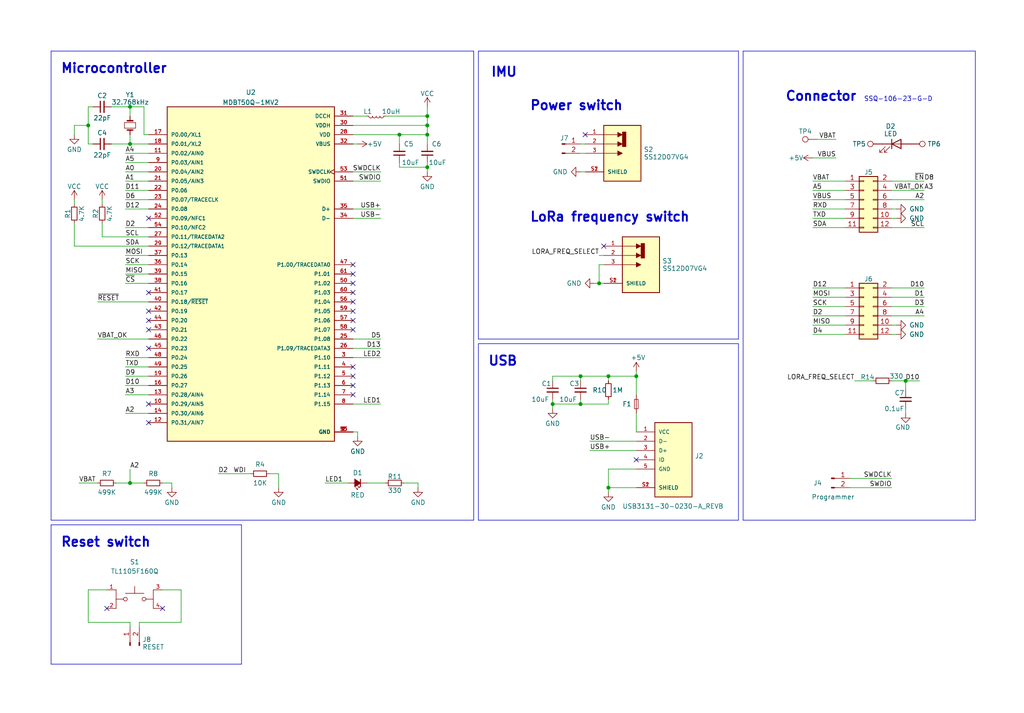
<source format=kicad_sch>
(kicad_sch (version 20231120) (generator "eeschema") (generator_version "8.0")
  (paper "User" 280.01 194.996)
  (title_block (title "HexSense Svalbard - MCU module") (date "2023-05-25") (rev "V1") (company "MIT Media Lab") (comment 1 "Fangzheng Liu"))
  (lib_symbols
    (symbol "Connector:Conn_01x02_Male" (pin_names (offset 1.016) hide)
      (property "Reference" "J" (at 0 2.54 0))
      (property "Value" "Conn_01x02_Male" (at 0 -5.08 0))
      (symbol "Conn_01x02_Male_1_1"
        (polyline (pts (xy 1.27 -2.54) (xy 0.8636 -2.54)) (stroke (width 0.1524)))
        (polyline (pts (xy 1.27 0) (xy 0.8636 0)) (stroke (width 0.1524)))
        (rectangle (start 0.8636 -2.413) (end 0 -2.667) (stroke (width 0.1524)) (fill (type outline)))
        (rectangle (start 0.8636 0.127) (end 0 -0.127) (stroke (width 0.1524)) (fill (type outline)))
        (pin passive line (at 5.08 0 180) (length 3.81) (name "Pin_1") (number "1"))
        (pin passive line (at 5.08 -2.54 180) (length 3.81) (name "Pin_2") (number "2"))
      )
    )
    (symbol "Connector:Conn_01x02_Pin" (pin_names (offset 1.016) hide)
      (property "Reference" "J" (at 0 2.54 0))
      (property "Value" "Conn_01x02_Pin" (at 0 -5.08 0))
      (symbol "Conn_01x02_Pin_1_1"
        (polyline (pts (xy 1.27 -2.54) (xy 0.8636 -2.54)) (stroke (width 0.1524)))
        (polyline (pts (xy 1.27 0) (xy 0.8636 0)) (stroke (width 0.1524)))
        (rectangle (start 0.8636 -2.413) (end 0 -2.667) (stroke (width 0.1524)) (fill (type outline)))
        (rectangle (start 0.8636 0.127) (end 0 -0.127) (stroke (width 0.1524)) (fill (type outline)))
        (pin passive line (at 5.08 0 180) (length 3.81) (name "Pin_1") (number "1"))
        (pin passive line (at 5.08 -2.54 180) (length 3.81) (name "Pin_2") (number "2"))
      )
    )
    (symbol "Connector:TestPoint" (pin_numbers hide) (pin_names (offset 0.762) hide)
      (property "Reference" "TP" (at 0 6.858 0))
      (property "Value" "TestPoint" (at 0 5.08 0))
      (symbol "TestPoint_0_1"
        (circle (center 0 3.302) (radius 0.762))
      )
      (symbol "TestPoint_1_1"
        (pin passive line (at 0 0 90) (length 2.54) (name "1") (number "1"))
      )
    )
    (symbol "Connector_Generic:Conn_02x06_Odd_Even" (pin_names (offset 1.016) hide)
      (property "Reference" "J" (at 1.27 7.62 0))
      (property "Value" "Conn_02x06_Odd_Even" (at 1.27 -10.16 0))
      (symbol "Conn_02x06_Odd_Even_1_1"
        (rectangle (start -1.27 -7.493) (end 0 -7.747) (stroke (width 0.1524)))
        (rectangle (start -1.27 -4.953) (end 0 -5.207) (stroke (width 0.1524)))
        (rectangle (start -1.27 -2.413) (end 0 -2.667) (stroke (width 0.1524)))
        (rectangle (start -1.27 0.127) (end 0 -0.127) (stroke (width 0.1524)))
        (rectangle (start -1.27 2.667) (end 0 2.413) (stroke (width 0.1524)))
        (rectangle (start -1.27 5.207) (end 0 4.953) (stroke (width 0.1524)))
        (rectangle (start -1.27 6.35) (end 3.81 -8.89) (stroke (width 0.254)) (fill (type background)))
        (rectangle (start 3.81 -7.493) (end 2.54 -7.747) (stroke (width 0.1524)))
        (rectangle (start 3.81 -4.953) (end 2.54 -5.207) (stroke (width 0.1524)))
        (rectangle (start 3.81 -2.413) (end 2.54 -2.667) (stroke (width 0.1524)))
        (rectangle (start 3.81 0.127) (end 2.54 -0.127) (stroke (width 0.1524)))
        (rectangle (start 3.81 2.667) (end 2.54 2.413) (stroke (width 0.1524)))
        (rectangle (start 3.81 5.207) (end 2.54 4.953) (stroke (width 0.1524)))
        (pin passive line (at -5.08 5.08 0) (length 3.81) (name "Pin_1") (number "1"))
        (pin passive line (at 7.62 -5.08 180) (length 3.81) (name "Pin_10") (number "10"))
        (pin passive line (at -5.08 -7.62 0) (length 3.81) (name "Pin_11") (number "11"))
        (pin passive line (at 7.62 -7.62 180) (length 3.81) (name "Pin_12") (number "12"))
        (pin passive line (at 7.62 5.08 180) (length 3.81) (name "Pin_2") (number "2"))
        (pin passive line (at -5.08 2.54 0) (length 3.81) (name "Pin_3") (number "3"))
        (pin passive line (at 7.62 2.54 180) (length 3.81) (name "Pin_4") (number "4"))
        (pin passive line (at -5.08 0 0) (length 3.81) (name "Pin_5") (number "5"))
        (pin passive line (at 7.62 0 180) (length 3.81) (name "Pin_6") (number "6"))
        (pin passive line (at -5.08 -2.54 0) (length 3.81) (name "Pin_7") (number "7"))
        (pin passive line (at 7.62 -2.54 180) (length 3.81) (name "Pin_8") (number "8"))
        (pin passive line (at -5.08 -5.08 0) (length 3.81) (name "Pin_9") (number "9"))
      )
    )
    (symbol "Device:C_Small" (pin_numbers hide) (pin_names (offset 0.254) hide)
      (property "Reference" "C" (at 0.254 1.778 0))
      (property "Value" "C_Small" (at 0.254 -2.032 0))
      (symbol "C_Small_0_1"
        (polyline (pts (xy -1.524 -0.508) (xy 1.524 -0.508)) (stroke (width 0.3302)))
        (polyline (pts (xy -1.524 0.508) (xy 1.524 0.508)) (stroke (width 0.3048)))
      )
      (symbol "C_Small_1_1"
        (pin passive line (at 0 2.54 270) (length 2.032) (name "~") (number "1"))
        (pin passive line (at 0 -2.54 90) (length 2.032) (name "~") (number "2"))
      )
    )
    (symbol "Device:Crystal_Small" (pin_numbers hide) (pin_names (offset 1.016) hide)
      (property "Reference" "Y" (at 0 2.54 0))
      (property "Value" "Crystal_Small" (at 0 -2.54 0))
      (symbol "Crystal_Small_0_1"
        (rectangle (start -0.762 -1.524) (end 0.762 1.524))
        (polyline (pts (xy -1.27 -0.762) (xy -1.27 0.762)) (stroke (width 0.381)))
        (polyline (pts (xy 1.27 -0.762) (xy 1.27 0.762)) (stroke (width 0.381)))
      )
      (symbol "Crystal_Small_1_1"
        (pin passive line (at -2.54 0 0) (length 1.27) (name "1") (number "1"))
        (pin passive line (at 2.54 0 180) (length 1.27) (name "2") (number "2"))
      )
    )
    (symbol "Device:Fuse_Small" (pin_numbers hide) (pin_names (offset 0.254) hide)
      (property "Reference" "F" (at 0 -1.524 0))
      (property "Value" "Fuse_Small" (at 0 1.524 0))
      (symbol "Fuse_Small_0_1"
        (rectangle (start -1.27 0.508) (end 1.27 -0.508))
        (polyline (pts (xy -1.27 0) (xy 1.27 0)))
      )
      (symbol "Fuse_Small_1_1"
        (pin passive line (at -2.54 0 0) (length 1.27) (name "~") (number "1"))
        (pin passive line (at 2.54 0 180) (length 1.27) (name "~") (number "2"))
      )
    )
    (symbol "Device:LED" (pin_numbers hide) (pin_names (offset 1.016) hide)
      (property "Reference" "D" (at 0 2.54 0))
      (property "Value" "LED" (at 0 -2.54 0))
      (symbol "LED_0_1"
        (polyline (pts (xy -1.27 -1.27) (xy -1.27 1.27)) (stroke (width 0.254)))
        (polyline (pts (xy -1.27 0) (xy 1.27 0)))
        (polyline (pts (xy 1.27 -1.27) (xy 1.27 1.27) (xy -1.27 0) (xy 1.27 -1.27)) (stroke (width 0.254)))
        (polyline (pts (xy -3.048 -0.762) (xy -4.572 -2.286) (xy -3.81 -2.286) (xy -4.572 -2.286) (xy -4.572 -1.524)))
        (polyline (pts (xy -1.778 -0.762) (xy -3.302 -2.286) (xy -2.54 -2.286) (xy -3.302 -2.286) (xy -3.302 -1.524)))
      )
      (symbol "LED_1_1"
        (pin passive line (at -3.81 0 0) (length 2.54) (name "K") (number "1"))
        (pin passive line (at 3.81 0 180) (length 2.54) (name "A") (number "2"))
      )
    )
    (symbol "Device:LED_Small_Filled" (pin_numbers hide) (pin_names (offset 0.254) hide)
      (property "Reference" "D" (at -1.27 3.175 0))
      (property "Value" "LED_Small_Filled" (at -4.445 -2.54 0))
      (symbol "LED_Small_Filled_0_1"
        (polyline (pts (xy -0.762 -1.016) (xy -0.762 1.016)) (stroke (width 0.254)))
        (polyline (pts (xy 1.016 0) (xy -0.762 0)))
        (polyline (pts (xy 0.762 -1.016) (xy -0.762 0) (xy 0.762 1.016) (xy 0.762 -1.016)) (stroke (width 0.254)) (fill (type outline)))
        (polyline (pts (xy 0 0.762) (xy -0.508 1.27) (xy -0.254 1.27) (xy -0.508 1.27) (xy -0.508 1.016)))
        (polyline (pts (xy 0.508 1.27) (xy 0 1.778) (xy 0.254 1.778) (xy 0 1.778) (xy 0 1.524)))
      )
      (symbol "LED_Small_Filled_1_1"
        (pin passive line (at -2.54 0 0) (length 1.778) (name "K") (number "1"))
        (pin passive line (at 2.54 0 180) (length 1.778) (name "A") (number "2"))
      )
    )
    (symbol "Device:L_Small" (pin_numbers hide) (pin_names (offset 0.254) hide)
      (property "Reference" "L" (at 0.762 1.016 0))
      (property "Value" "L_Small" (at 0.762 -1.016 0))
      (symbol "L_Small_0_1"
        (arc (start 0 -2.032) (mid 0.5058 -1.524) (end 0 -1.016))
        (arc (start 0 -1.016) (mid 0.5058 -0.508) (end 0 0))
        (arc (start 0 0) (mid 0.5058 0.508) (end 0 1.016))
        (arc (start 0 1.016) (mid 0.5058 1.524) (end 0 2.032))
      )
      (symbol "L_Small_1_1"
        (pin passive line (at 0 2.54 270) (length 0.508) (name "~") (number "1"))
        (pin passive line (at 0 -2.54 90) (length 0.508) (name "~") (number "2"))
      )
    )
    (symbol "Device:R_Small" (pin_numbers hide) (pin_names (offset 0.254) hide)
      (property "Reference" "R" (at 0.762 0.508 0))
      (property "Value" "R_Small" (at 0.762 -1.016 0))
      (symbol "R_Small_0_1"
        (rectangle (start -0.762 1.778) (end 0.762 -1.778) (stroke (width 0.2032)))
      )
      (symbol "R_Small_1_1"
        (pin passive line (at 0 2.54 270) (length 0.762) (name "~") (number "1"))
        (pin passive line (at 0 -2.54 90) (length 0.762) (name "~") (number "2"))
      )
    )
    (symbol "MDBT50Q-1MV2:MDBT50Q-1MV2" (pin_names (offset 1.016))
      (property "Reference" "U" (at -22.86 46.482 0))
      (property "Value" "MDBT50Q-1MV2" (at -22.86 -48.26 0))
      (symbol "MDBT50Q-1MV2_0_0"
        (rectangle (start -22.86 -45.72) (end 22.86 45.72) (stroke (width 0.254)) (fill (type background)))
        (pin power_in line (at 27.94 -43.18 180) (length 5.08) (name "GND") (number "1"))
        (pin bidirectional line (at -27.94 -35.56 0) (length 5.08) (name "P0.29/AIN5") (number "10"))
        (pin bidirectional line (at -27.94 33.02 0) (length 5.08) (name "P0.02/AIN0") (number "11"))
        (pin bidirectional line (at -27.94 -40.64 0) (length 5.08) (name "P0.31/AIN7") (number "12"))
        (pin bidirectional line (at -27.94 -33.02 0) (length 5.08) (name "P0.28/AIN4") (number "13"))
        (pin bidirectional line (at -27.94 -38.1 0) (length 5.08) (name "P0.30/AIN6") (number "14"))
        (pin power_in line (at 27.94 -43.18 180) (length 5.08) (name "GND") (number "15"))
        (pin bidirectional line (at -27.94 -30.48 0) (length 5.08) (name "P0.27") (number "16"))
        (pin bidirectional line (at -27.94 38.1 0) (length 5.08) (name "P0.00/XL1") (number "17"))
        (pin bidirectional line (at -27.94 35.56 0) (length 5.08) (name "P0.01/XL2") (number "18"))
        (pin bidirectional line (at -27.94 -27.94 0) (length 5.08) (name "P0.26") (number "19"))
        (pin power_in line (at 27.94 -43.18 180) (length 5.08) (name "GND") (number "2"))
        (pin bidirectional line (at -27.94 27.94 0) (length 5.08) (name "P0.04/AIN2") (number "20"))
        (pin bidirectional line (at -27.94 25.4 0) (length 5.08) (name "P0.05/AIN3") (number "21"))
        (pin bidirectional line (at -27.94 22.86 0) (length 5.08) (name "P0.06") (number "22"))
        (pin bidirectional line (at -27.94 20.32 0) (length 5.08) (name "P0.07/TRACECLK") (number "23"))
        (pin bidirectional line (at -27.94 17.78 0) (length 5.08) (name "P0.08") (number "24"))
        (pin bidirectional line (at 27.94 -17.78 180) (length 5.08) (name "P1.08") (number "25"))
        (pin bidirectional line (at 27.94 -20.32 180) (length 5.08) (name "P1.09/TRACEDATA3") (number "26"))
        (pin bidirectional line (at -27.94 10.16 0) (length 5.08) (name "P0.11/TRACEDATA2") (number "27"))
        (pin power_in line (at 27.94 38.1 180) (length 5.08) (name "VDD") (number "28"))
        (pin bidirectional line (at -27.94 7.62 0) (length 5.08) (name "P0.12/TRACEDATA1") (number "29"))
        (pin bidirectional line (at 27.94 -22.86 180) (length 5.08) (name "P1.10") (number "3"))
        (pin power_in line (at 27.94 40.64 180) (length 5.08) (name "VDDH") (number "30"))
        (pin power_in line (at 27.94 43.18 180) (length 5.08) (name "DCCH") (number "31"))
        (pin power_in line (at 27.94 35.56 180) (length 5.08) (name "VBUS") (number "32"))
        (pin power_in line (at 27.94 -43.18 180) (length 5.08) (name "GND") (number "33"))
        (pin bidirectional line (at 27.94 15.24 180) (length 5.08) (name "D-") (number "34"))
        (pin bidirectional line (at 27.94 17.78 180) (length 5.08) (name "D+") (number "35"))
        (pin bidirectional line (at -27.94 2.54 0) (length 5.08) (name "P0.14") (number "36"))
        (pin bidirectional line (at -27.94 5.08 0) (length 5.08) (name "P0.13") (number "37"))
        (pin bidirectional line (at -27.94 -2.54 0) (length 5.08) (name "P0.16") (number "38"))
        (pin bidirectional line (at -27.94 0 0) (length 5.08) (name "P0.15") (number "39"))
        (pin bidirectional line (at 27.94 -25.4 180) (length 5.08) (name "P1.11") (number "4"))
        (pin bidirectional line (at -27.94 -7.62 0) (length 5.08) (name "P0.18/~{RESET}") (number "40"))
        (pin bidirectional line (at -27.94 -5.08 0) (length 5.08) (name "P0.17") (number "41"))
        (pin bidirectional line (at -27.94 -10.16 0) (length 5.08) (name "P0.19") (number "42"))
        (pin bidirectional line (at -27.94 -15.24 0) (length 5.08) (name "P0.21") (number "43"))
        (pin bidirectional line (at -27.94 -12.7 0) (length 5.08) (name "P0.20") (number "44"))
        (pin bidirectional line (at -27.94 -20.32 0) (length 5.08) (name "P0.23") (number "45"))
        (pin bidirectional line (at -27.94 -17.78 0) (length 5.08) (name "P0.22") (number "46"))
        (pin bidirectional line (at 27.94 2.54 180) (length 5.08) (name "P1.00/TRACEDATA0") (number "47"))
        (pin bidirectional line (at -27.94 -22.86 0) (length 5.08) (name "P0.24") (number "48"))
        (pin bidirectional line (at -27.94 -25.4 0) (length 5.08) (name "P0.25") (number "49"))
        (pin bidirectional line (at 27.94 -27.94 180) (length 5.08) (name "P1.12") (number "5"))
        (pin bidirectional line (at 27.94 -2.54 180) (length 5.08) (name "P1.02") (number "50"))
        (pin bidirectional line (at 27.94 25.4 180) (length 5.08) (name "SWDIO") (number "51"))
        (pin bidirectional line (at -27.94 15.24 0) (length 5.08) (name "P0.09/NFC1") (number "52"))
        (pin input clock (at 27.94 27.94 180) (length 5.08) (name "SWDCLK") (number "53"))
        (pin bidirectional line (at -27.94 12.7 0) (length 5.08) (name "P0.10/NFC2") (number "54"))
        (pin power_in line (at 27.94 -43.18 180) (length 5.08) (name "GND") (number "55"))
        (pin bidirectional line (at 27.94 -7.62 180) (length 5.08) (name "P1.04") (number "56"))
        (pin bidirectional line (at 27.94 -12.7 180) (length 5.08) (name "P1.06") (number "57"))
        (pin bidirectional line (at 27.94 -15.24 180) (length 5.08) (name "P1.07") (number "58"))
        (pin bidirectional line (at 27.94 -10.16 180) (length 5.08) (name "P1.05") (number "59"))
        (pin bidirectional line (at 27.94 -30.48 180) (length 5.08) (name "P1.13") (number "6"))
        (pin bidirectional line (at 27.94 -5.08 180) (length 5.08) (name "P1.03") (number "60"))
        (pin bidirectional line (at 27.94 0 180) (length 5.08) (name "P1.01") (number "61"))
        (pin bidirectional line (at 27.94 -33.02 180) (length 5.08) (name "P1.14") (number "7"))
        (pin bidirectional line (at 27.94 -35.56 180) (length 5.08) (name "P1.15") (number "8"))
        (pin bidirectional line (at -27.94 30.48 0) (length 5.08) (name "P0.03/AIN1") (number "9"))
      )
    )
    (symbol "SS12D07VG4:SS12D07VG4" (pin_names (offset 1.016))
      (property "Reference" "S" (at -5.08 8.89 0))
      (property "Value" "SS12D07VG4" (at -5.08 -8.89 0))
      (symbol "SS12D07VG4_0_0"
        (rectangle (start -5.08 -7.62) (end 5.08 7.62) (stroke (width 0.254)) (fill (type background)))
        (polyline (pts (xy -5.08 0) (xy -1.27 0)) (stroke (width 0.1524)))
        (polyline (pts (xy -5.08 2.54) (xy -1.27 2.54)) (stroke (width 0.1524)))
        (polyline (pts (xy -5.08 5.08) (xy -1.27 5.08)) (stroke (width 0.1524)))
        (polyline (pts (xy -1.27 0.635) (xy -1.27 -0.635) (xy 0 0) (xy -1.27 0.635)) (stroke (width 0.1524)) (fill (type outline)))
        (polyline (pts (xy -1.27 3.175) (xy -1.27 1.905) (xy 0 2.54) (xy -1.27 3.175)) (stroke (width 0.1524)) (fill (type outline)))
        (polyline (pts (xy -1.27 5.715) (xy -1.27 4.445) (xy 0 5.08) (xy -1.27 5.715)) (stroke (width 0.1524)) (fill (type outline)))
        (polyline (pts (xy 0 5.842) (xy 0 1.778) (xy 1.016 1.778) (xy 1.016 5.842) (xy 0 5.842)) (stroke (width 0.0254)) (fill (type outline)))
        (pin passive line (at -10.16 5.08 0) (length 5.08) (name "~") (number "1"))
        (pin passive line (at -10.16 2.54 0) (length 5.08) (name "~") (number "2"))
        (pin passive line (at -10.16 0 0) (length 5.08) (name "~") (number "3"))
        (pin passive line (at -10.16 -5.08 0) (length 5.08) (name "SHIELD") (number "S1"))
        (pin passive line (at -10.16 -5.08 0) (length 5.08) (name "SHIELD") (number "S2"))
      )
    )
    (symbol "TL1105F160Q:TL1105F160Q" (pin_names (offset 1.016))
      (property "Reference" "S" (at -5.08 5.08 0))
      (property "Value" "TL1105F160Q" (at -5.08 -5.08 0))
      (symbol "TL1105F160Q_0_0"
        (circle (center -2.54 0) (radius 0.508) (stroke (width 0.1524)))
        (polyline (pts (xy -5.08 0) (xy -3.048 0)) (stroke (width 0.1524)))
        (polyline (pts (xy -5.08 2.54) (xy -5.08 -2.54)) (stroke (width 0.1524)))
        (polyline (pts (xy -2.54 1.5875) (xy 0 1.5875)) (stroke (width 0.1524)))
        (polyline (pts (xy 0 1.5875) (xy 0 3.4925)) (stroke (width 0.1524)))
        (polyline (pts (xy 0 1.5875) (xy 2.54 1.5875)) (stroke (width 0.1524)))
        (polyline (pts (xy 5.08 0) (xy 3.048 0)) (stroke (width 0.1524)))
        (polyline (pts (xy 5.08 2.54) (xy 5.08 -2.54)) (stroke (width 0.1524)))
        (circle (center 2.54 0) (radius 0.508) (stroke (width 0.1524)))
        (pin passive line (at -7.62 2.54 0) (length 2.54) (name "~") (number "1"))
        (pin passive line (at -7.62 -2.54 0) (length 2.54) (name "~") (number "2"))
        (pin passive line (at 7.62 2.54 180) (length 2.54) (name "~") (number "3"))
        (pin passive line (at 7.62 -2.54 180) (length 2.54) (name "~") (number "4"))
      )
    )
    (symbol "USB3131-30-0230-A_REVB:USB3131-30-0230-A_REVB" (pin_names (offset 1.016))
      (property "Reference" "J" (at -5.08 10.795 0))
      (property "Value" "USB3131-30-0230-A_REVB" (at -5.08 -12.7 0))
      (symbol "USB3131-30-0230-A_REVB_0_0"
        (rectangle (start -5.08 -10.16) (end 5.08 10.16) (stroke (width 0.254)) (fill (type background)))
        (pin power_in line (at -10.16 7.62 0) (length 5.08) (name "VCC") (number "1"))
        (pin bidirectional line (at -10.16 5.08 0) (length 5.08) (name "D-") (number "2"))
        (pin bidirectional line (at -10.16 2.54 0) (length 5.08) (name "D+") (number "3"))
        (pin bidirectional line (at -10.16 0 0) (length 5.08) (name "ID") (number "4"))
        (pin power_in line (at -10.16 -2.54 0) (length 5.08) (name "GND") (number "5"))
        (pin passive line (at -10.16 -7.62 0) (length 5.08) (name "SHIELD") (number "S1"))
        (pin passive line (at -10.16 -7.62 0) (length 5.08) (name "SHIELD") (number "S2"))
      )
    )
    (symbol "power:+5V" (power) (pin_names (offset 0))
      (property "Value" "+5V" (at 0 3.556 0))
      (symbol "+5V_0_1"
        (polyline (pts (xy -0.762 1.27) (xy 0 2.54)))
        (polyline (pts (xy 0 0) (xy 0 2.54)))
        (polyline (pts (xy 0 2.54) (xy 0.762 1.27)))
      )
      (symbol "+5V_1_1"
        (pin power_in line (at 0 0 90) (length 0) hide (name "+5V") (number "1"))
      )
    )
    (symbol "power:GND" (power) (pin_names (offset 0))
      (property "Value" "GND" (at 0 -3.81 0))
      (symbol "GND_0_1"
        (polyline (pts (xy 0 0) (xy 0 -1.27) (xy 1.27 -1.27) (xy 0 -2.54) (xy -1.27 -1.27) (xy 0 -1.27)))
      )
      (symbol "GND_1_1"
        (pin power_in line (at 0 0 270) (length 0) hide (name "GND") (number "1"))
      )
    )
    (symbol "power:VCC" (power) (pin_names (offset 0))
      (property "Value" "VCC" (at 0 3.81 0))
      (symbol "VCC_0_1"
        (polyline (pts (xy -0.762 1.27) (xy 0 2.54)))
        (polyline (pts (xy 0 0) (xy 0 2.54)))
        (polyline (pts (xy 0 2.54) (xy 0.762 1.27)))
      )
      (symbol "VCC_1_1"
        (pin power_in line (at 0 0 90) (length 0) hide (name "VCC") (number "1"))
      )
    )
  )
  (junction (at 24.13 34.29))
  (junction (at 116.84 36.83))
  (junction (at 35.56 29.21))
  (junction (at 151.13 110.49))
  (junction (at 109.22 36.83))
  (junction (at 166.37 102.87))
  (junction (at 158.75 110.49))
  (junction (at 163.83 77.47))
  (junction (at 166.37 133.35))
  (junction (at 247.65 104.14))
  (junction (at 173.99 102.87))
  (junction (at 35.56 132.08))
  (junction (at 35.56 39.37))
  (junction (at 158.75 102.87))
  (junction (at 116.84 34.29))
  (junction (at 116.84 31.75))
  (junction (at 116.84 45.72))
  (no_connect (at 40.64 90.17))
  (no_connect (at 40.64 110.49))
  (no_connect (at 96.52 85.09))
  (no_connect (at 96.52 102.87))
  (no_connect (at 96.52 72.39))
  (no_connect (at 96.52 100.33))
  (no_connect (at 40.64 59.69))
  (no_connect (at 96.52 82.55))
  (no_connect (at 96.52 107.95))
  (no_connect (at 40.64 115.57))
  (no_connect (at 96.52 90.17))
  (no_connect (at 96.52 74.93))
  (no_connect (at 173.99 125.73))
  (no_connect (at 96.52 77.47))
  (no_connect (at 165.1 67.31))
  (no_connect (at 44.45 166.37))
  (no_connect (at 29.21 166.37))
  (no_connect (at 40.64 87.63))
  (no_connect (at 96.52 105.41))
  (no_connect (at 40.64 80.01))
  (no_connect (at 40.64 95.25))
  (no_connect (at 96.52 80.01))
  (no_connect (at 96.52 87.63))
  (no_connect (at 40.64 85.09))
  (no_connect (at 160.02 36.83))
  (wire (pts (xy 96.52 39.37) (xy 97.79 39.37)))
  (wire (pts (xy 34.29 57.15) (xy 40.64 57.15)))
  (wire (pts (xy 34.29 54.61) (xy 40.64 54.61)))
  (wire (pts (xy 158.75 41.91) (xy 160.02 41.91)))
  (polyline (pts (xy 266.7 142.24) (xy 203.2 142.24)))
  (polyline (pts (xy 130.81 93.98) (xy 201.93 93.98)))
  (wire (pts (xy 247.65 104.14) (xy 247.65 106.68)))
  (wire (pts (xy 96.52 118.11) (xy 97.79 118.11)))
  (wire (pts (xy 247.65 104.14) (xy 251.46 104.14)))
  (wire (pts (xy 27.94 64.77) (xy 40.64 64.77)))
  (wire (pts (xy 158.75 46.99) (xy 160.02 46.99)))
  (wire (pts (xy 39.37 36.83) (xy 40.64 36.83)))
  (wire (pts (xy 163.83 72.39) (xy 163.83 77.47)))
  (wire (pts (xy 163.83 72.39) (xy 165.1 72.39)))
  (wire (pts (xy 243.84 62.23) (xy 252.73 62.23)))
  (wire (pts (xy 173.99 102.87) (xy 173.99 107.95)))
  (wire (pts (xy 158.75 109.22) (xy 158.75 110.49)))
  (wire (pts (xy 39.37 29.21) (xy 39.37 36.83)))
  (wire (pts (xy 166.37 102.87) (xy 166.37 104.14)))
  (wire (pts (xy 222.25 52.07) (xy 231.14 52.07)))
  (wire (pts (xy 20.32 36.83) (xy 20.32 34.29)))
  (wire (pts (xy 116.84 29.21) (xy 116.84 31.75)))
  (wire (pts (xy 166.37 128.27) (xy 166.37 133.35)))
  (wire (pts (xy 97.79 118.11) (xy 97.79 119.38)))
  (wire (pts (xy 222.25 78.74) (xy 231.14 78.74)))
  (wire (pts (xy 20.32 34.29) (xy 24.13 34.29)))
  (wire (pts (xy 20.32 54.61) (xy 20.32 55.88)))
  (wire (pts (xy 116.84 34.29) (xy 116.84 36.83)))
  (wire (pts (xy 21.59 132.08) (xy 26.67 132.08)))
  (wire (pts (xy 96.52 46.99) (xy 104.14 46.99)))
  (wire (pts (xy 243.84 83.82) (xy 252.73 83.82)))
  (wire (pts (xy 173.99 123.19) (xy 161.29 123.19)))
  (wire (pts (xy 243.84 49.53) (xy 252.73 49.53)))
  (polyline (pts (xy 129.54 142.24) (xy 129.54 13.97)))
  (wire (pts (xy 173.99 128.27) (xy 166.37 128.27)))
  (wire (pts (xy 59.69 129.54) (xy 68.58 129.54)))
  (wire (pts (xy 114.3 132.08) (xy 114.3 133.35)))
  (wire (pts (xy 162.56 77.47) (xy 163.83 77.47)))
  (wire (pts (xy 35.56 29.21) (xy 39.37 29.21)))
  (wire (pts (xy 109.22 36.83) (xy 116.84 36.83)))
  (wire (pts (xy 222.25 88.9) (xy 231.14 88.9)))
  (wire (pts (xy 35.56 128.27) (xy 35.56 132.08)))
  (wire (pts (xy 243.84 54.61) (xy 252.73 54.61)))
  (wire (pts (xy 222.25 49.53) (xy 231.14 49.53)))
  (wire (pts (xy 163.83 77.47) (xy 165.1 77.47)))
  (wire (pts (xy 34.29 113.03) (xy 40.64 113.03)))
  (wire (pts (xy 232.41 133.35) (xy 243.84 133.35)))
  (wire (pts (xy 34.29 97.79) (xy 40.64 97.79)))
  (wire (pts (xy 35.56 29.21) (xy 35.56 31.75)))
  (wire (pts (xy 228.6 43.18) (xy 222.25 43.18)))
  (wire (pts (xy 34.29 77.47) (xy 40.64 77.47)))
  (wire (pts (xy 30.48 29.21) (xy 35.56 29.21)))
  (wire (pts (xy 96.52 92.71) (xy 104.14 92.71)))
  (wire (pts (xy 76.2 129.54) (xy 76.2 133.35)))
  (wire (pts (xy 49.53 161.29) (xy 44.45 161.29)))
  (wire (pts (xy 223.52 38.1) (xy 228.6 38.1)))
  (wire (pts (xy 38.1 170.18) (xy 49.53 170.18)))
  (wire (pts (xy 35.56 132.08) (xy 39.37 132.08)))
  (wire (pts (xy 34.29 44.45) (xy 40.64 44.45)))
  (polyline (pts (xy 266.7 13.97) (xy 266.7 142.24)))
  (wire (pts (xy 109.22 39.37) (xy 109.22 36.83)))
  (wire (pts (xy 116.84 45.72) (xy 109.22 45.72)))
  (wire (pts (xy 247.65 113.03) (xy 247.65 111.76)))
  (polyline (pts (xy 130.81 13.97) (xy 130.81 92.71)))
  (wire (pts (xy 34.29 62.23) (xy 40.64 62.23)))
  (wire (pts (xy 34.29 72.39) (xy 40.64 72.39)))
  (wire (pts (xy 96.52 34.29) (xy 116.84 34.29)))
  (wire (pts (xy 151.13 111.76) (xy 151.13 110.49)))
  (wire (pts (xy 222.25 62.23) (xy 231.14 62.23)))
  (wire (pts (xy 34.29 49.53) (xy 40.64 49.53)))
  (wire (pts (xy 222.25 57.15) (xy 231.14 57.15)))
  (wire (pts (xy 25.4 29.21) (xy 24.13 29.21)))
  (wire (pts (xy 166.37 110.49) (xy 166.37 109.22)))
  (wire (pts (xy 24.13 39.37) (xy 25.4 39.37)))
  (wire (pts (xy 49.53 170.18) (xy 49.53 161.29)))
  (wire (pts (xy 35.56 39.37) (xy 40.64 39.37)))
  (wire (pts (xy 158.75 102.87) (xy 158.75 104.14)))
  (wire (pts (xy 96.52 31.75) (xy 100.33 31.75)))
  (wire (pts (xy 243.84 91.44) (xy 245.11 91.44)))
  (polyline (pts (xy 130.81 93.98) (xy 130.81 142.24)))
  (polyline (pts (xy 13.97 143.51) (xy 66.04 143.51)))
  (wire (pts (xy 116.84 45.72) (xy 116.84 46.99)))
  (wire (pts (xy 24.13 170.18) (xy 35.56 170.18)))
  (wire (pts (xy 173.99 113.03) (xy 173.99 118.11)))
  (wire (pts (xy 46.99 132.08) (xy 46.99 133.35)))
  (wire (pts (xy 30.48 39.37) (xy 35.56 39.37)))
  (wire (pts (xy 173.99 101.6) (xy 173.99 102.87)))
  (wire (pts (xy 24.13 29.21) (xy 24.13 34.29)))
  (wire (pts (xy 44.45 132.08) (xy 46.99 132.08)))
  (wire (pts (xy 96.52 49.53) (xy 104.14 49.53)))
  (wire (pts (xy 243.84 81.28) (xy 252.73 81.28)))
  (wire (pts (xy 222.25 59.69) (xy 231.14 59.69)))
  (wire (pts (xy 243.84 104.14) (xy 247.65 104.14)))
  (wire (pts (xy 34.29 105.41) (xy 40.64 105.41)))
  (polyline (pts (xy 130.81 13.97) (xy 201.93 13.97)))
  (wire (pts (xy 34.29 46.99) (xy 40.64 46.99)))
  (wire (pts (xy 34.29 69.85) (xy 40.64 69.85)))
  (wire (pts (xy 38.1 171.45) (xy 38.1 170.18)))
  (polyline (pts (xy 66.04 181.61) (xy 13.97 181.61)))
  (wire (pts (xy 151.13 102.87) (xy 158.75 102.87)))
  (wire (pts (xy 34.29 100.33) (xy 40.64 100.33)))
  (wire (pts (xy 24.13 34.29) (xy 24.13 39.37)))
  (wire (pts (xy 26.67 82.55) (xy 40.64 82.55)))
  (wire (pts (xy 151.13 104.14) (xy 151.13 102.87)))
  (polyline (pts (xy 203.2 13.97) (xy 266.7 13.97)))
  (wire (pts (xy 24.13 161.29) (xy 24.13 170.18)))
  (wire (pts (xy 116.84 31.75) (xy 116.84 34.29)))
  (wire (pts (xy 20.32 67.31) (xy 40.64 67.31)))
  (wire (pts (xy 96.52 97.79) (xy 104.14 97.79)))
  (wire (pts (xy 232.41 130.81) (xy 243.84 130.81)))
  (wire (pts (xy 34.29 41.91) (xy 40.64 41.91)))
  (polyline (pts (xy 201.93 93.98) (xy 201.93 142.24)))
  (wire (pts (xy 243.84 59.69) (xy 245.11 59.69)))
  (wire (pts (xy 166.37 133.35) (xy 166.37 134.62)))
  (wire (pts (xy 34.29 102.87) (xy 40.64 102.87)))
  (wire (pts (xy 163.83 69.85) (xy 165.1 69.85)))
  (wire (pts (xy 35.56 170.18) (xy 35.56 171.45)))
  (wire (pts (xy 243.84 86.36) (xy 252.73 86.36)))
  (wire (pts (xy 110.49 132.08) (xy 114.3 132.08)))
  (wire (pts (xy 34.29 74.93) (xy 40.64 74.93)))
  (wire (pts (xy 105.41 31.75) (xy 116.84 31.75)))
  (wire (pts (xy 34.29 52.07) (xy 40.64 52.07)))
  (wire (pts (xy 173.99 120.65) (xy 161.29 120.65)))
  (wire (pts (xy 243.84 88.9) (xy 245.11 88.9)))
  (wire (pts (xy 243.84 57.15) (xy 245.11 57.15)))
  (wire (pts (xy 31.75 132.08) (xy 35.56 132.08)))
  (wire (pts (xy 222.25 83.82) (xy 231.14 83.82)))
  (wire (pts (xy 96.52 95.25) (xy 104.14 95.25)))
  (polyline (pts (xy 13.97 13.97) (xy 13.97 142.24)))
  (wire (pts (xy 40.64 92.71) (xy 26.67 92.71)))
  (wire (pts (xy 27.94 60.96) (xy 27.94 64.77)))
  (wire (pts (xy 88.9 132.08) (xy 95.25 132.08)))
  (wire (pts (xy 222.25 81.28) (xy 231.14 81.28)))
  (wire (pts (xy 222.25 54.61) (xy 231.14 54.61)))
  (wire (pts (xy 96.52 57.15) (xy 104.14 57.15)))
  (wire (pts (xy 109.22 44.45) (xy 109.22 45.72)))
  (wire (pts (xy 173.99 133.35) (xy 166.37 133.35)))
  (wire (pts (xy 173.99 102.87) (xy 166.37 102.87)))
  (wire (pts (xy 96.52 110.49) (xy 104.14 110.49)))
  (wire (pts (xy 222.25 86.36) (xy 231.14 86.36)))
  (polyline (pts (xy 129.54 13.97) (xy 13.97 13.97)))
  (wire (pts (xy 151.13 109.22) (xy 151.13 110.49)))
  (wire (pts (xy 27.94 54.61) (xy 27.94 55.88)))
  (wire (pts (xy 222.25 91.44) (xy 231.14 91.44)))
  (polyline (pts (xy 201.93 142.24) (xy 130.81 142.24)))
  (wire (pts (xy 73.66 129.54) (xy 76.2 129.54)))
  (wire (pts (xy 35.56 36.83) (xy 35.56 39.37)))
  (wire (pts (xy 20.32 60.96) (xy 20.32 67.31)))
  (wire (pts (xy 243.84 52.07) (xy 252.73 52.07)))
  (wire (pts (xy 158.75 110.49) (xy 166.37 110.49)))
  (polyline (pts (xy 13.97 143.51) (xy 13.97 181.61)))
  (wire (pts (xy 96.52 36.83) (xy 109.22 36.83)))
  (wire (pts (xy 34.29 107.95) (xy 40.64 107.95)))
  (wire (pts (xy 29.21 161.29) (xy 24.13 161.29)))
  (polyline (pts (xy 66.04 143.51) (xy 66.04 181.61)))
  (wire (pts (xy 158.75 39.37) (xy 160.02 39.37)))
  (wire (pts (xy 158.75 102.87) (xy 166.37 102.87)))
  (polyline (pts (xy 201.93 13.97) (xy 201.93 92.71)))
  (wire (pts (xy 233.68 104.14) (xy 238.76 104.14)))
  (wire (pts (xy 243.84 78.74) (xy 252.73 78.74)))
  (wire (pts (xy 116.84 45.72) (xy 116.84 44.45)))
  (wire (pts (xy 104.14 59.69) (xy 96.52 59.69)))
  (wire (pts (xy 100.33 132.08) (xy 105.41 132.08)))
  (wire (pts (xy 151.13 110.49) (xy 158.75 110.49)))
  (polyline (pts (xy 13.97 142.24) (xy 129.54 142.24)))
  (wire (pts (xy 116.84 36.83) (xy 116.84 39.37)))
  (polyline (pts (xy 130.81 92.71) (xy 201.93 92.71)))
  (polyline (pts (xy 203.2 13.97) (xy 203.2 142.24)))
  (text "IMU" (at 134.112 21.336 0) (effects (font (size 2.54 2.54) (thickness 0.508) (bold yes)) (justify left bottom)))
  (text "Microcontroller" (at 16.51 20.32 0) (effects (font (size 2.54 2.54) (thickness 0.508) (bold yes)) (justify left bottom)))
  (text "LoRa frequency switch" (at 144.78 60.96 0) (effects (font (size 2.54 2.54) (thickness 0.508) (bold yes)) (justify left bottom)))
  (text "Reset switch" (at 16.51 149.86 0) (effects (font (size 2.54 2.54) (thickness 0.508) (bold yes)) (justify left bottom)))
  (text "USB" (at 133.35 100.33 0) (effects (font (size 2.54 2.54) (thickness 0.508) (bold yes)) (justify left bottom)))
  (text "Power switch" (at 144.78 30.48 0) (effects (font (size 2.54 2.54) (thickness 0.508) (bold yes)) (justify left bottom)))
  (text "Connector" (at 214.63 27.94 0) (effects (font (size 2.54 2.54) (thickness 0.508) (bold yes)) (justify left bottom)))
  (text "SSQ-106-23-G-D" (at 236.22 27.94 0) (effects (font (size 1.27 1.27)) (justify left bottom)))
  (label "VBUS" (at 228.6 43.18 180))
  (label "D10" (at 34.29 105.41 0))
  (label "SDA" (at 34.29 67.31 0))
  (label "A2" (at 34.29 113.03 0))
  (label "USB+" (at 104.14 57.15 180))
  (label "VBAT" (at 228.6 38.1 180))
  (label "VBUS" (at 222.25 54.61 0))
  (label "USB+" (at 161.29 123.19 0))
  (label "A5" (at 34.29 44.45 0))
  (label "RXD" (at 222.25 57.15 0))
  (label "A3" (at 34.29 107.95 0))
  (label "VBAT" (at 21.59 132.08 0))
  (label "SWDCLK" (at 104.14 46.99 180))
  (label "D9" (at 34.29 102.87 0))
  (label "VBAT_OK" (at 26.67 92.71 0))
  (label "LED1" (at 88.9 132.08 0))
  (label "MISO" (at 34.29 74.93 0))
  (label "MOSI" (at 34.29 69.85 0))
  (label "D6" (at 34.29 54.61 0))
  (label "D2" (at 222.25 86.36 0))
  (label "WDI" (at 67.31 129.54 180))
  (label "SCL" (at 34.29 64.77 0))
  (label "A5" (at 222.25 52.07 0))
  (label "A1" (at 34.29 49.53 0))
  (label "D1" (at 252.73 81.28 180))
  (label "TXD" (at 222.25 59.69 0))
  (label "D5" (at 104.14 92.71 180))
  (label "D4" (at 222.25 91.44 0))
  (label "A3" (at 252.73 52.07 0))
  (label "TXD" (at 34.29 100.33 0))
  (label "SCL" (at 252.73 62.23 180))
  (label "VBAT_OK" (at 252.73 52.07 180))
  (label "SCK" (at 222.25 83.82 0))
  (label "D2" (at 34.29 62.23 0))
  (label "~{CS}" (at 34.29 77.47 0))
  (label "SDA" (at 222.25 62.23 0))
  (label "D13" (at 104.14 95.25 180))
  (label "VBAT" (at 222.25 49.53 0))
  (label "D3" (at 252.73 83.82 180))
  (label "SWDCLK" (at 243.84 130.81 180))
  (label "SWDIO" (at 243.84 133.35 180))
  (label "LORA_FREQ_SELECT" (at 163.83 69.85 180))
  (label "MOSI" (at 222.25 81.28 0))
  (label "USB-" (at 104.14 59.69 180))
  (label "D2" (at 59.69 129.54 0))
  (label "A2" (at 252.73 54.61 180))
  (label "A4" (at 252.73 86.36 180))
  (label "D10" (at 252.73 78.74 180))
  (label "D12" (at 222.25 78.74 0))
  (label "A4" (at 34.29 41.91 0))
  (label "SCK" (at 34.29 72.39 0))
  (label "A0" (at 34.29 46.99 0))
  (label "D11" (at 34.29 52.07 0))
  (label "MISO" (at 222.25 88.9 0))
  (label "~{EN}" (at 252.73 49.53 180))
  (label "D12" (at 34.29 57.15 0))
  (label "USB-" (at 161.29 120.65 0))
  (label "LORA_FREQ_SELECT" (at 233.68 104.14 180))
  (label "A2" (at 35.56 128.27 0))
  (label "LED1" (at 104.14 110.49 180))
  (label "LED2" (at 104.14 97.79 180))
  (label "RXD" (at 34.29 97.79 0))
  (label "D10" (at 251.46 104.14 180))
  (label "~{RESET}" (at 26.67 82.55 0))
  (label "SWDIO" (at 104.14 49.53 180))
  (label "D8" (at 252.73 49.53 0))
  (symbol (lib_id "Device:LED") (at 245.11 39.37 0) (unit 1)
    (property "Reference" "D2" (at 243.5225 34.52 0))
    (property "Value" "LED" (at 243.5225 36.568 0))
    (property "Footprint" "Diode_SMD:D_0603_1608Metric_Pad1.05x0.95mm_HandSolder" (effects (hide yes)))
  )
  (symbol (lib_id "Device:LED_Small_Filled") (at 97.79 132.08 180) (unit 1)
    (property "Reference" "D1" (at 97.79 129.286 0))
    (property "Value" "RED" (at 97.79 135.382 0))
    (property "Footprint" "LED_SMD:LED_0603_1608Metric_Pad1.05x0.95mm_HandSolder" (effects (hide yes)))
  )
  (symbol (lib_id "Device:R_Small") (at 20.32 58.42 180) (unit 1)
    (property "Reference" "R1" (at 18.542 58.42 90))
    (property "Value" "4.7K" (at 22.352 58.42 90))
    (property "Footprint" "Resistor_SMD:R_0402_1005Metric_Pad0.72x0.64mm_HandSolder" (effects (hide yes)))
  )
  (symbol (lib_id "MDBT50Q-1MV2:MDBT50Q-1MV2") (at 68.58 74.93 0) (unit 1)
    (property "Reference" "U2" (at 68.58 25.2435 0))
    (property "Value" "MDBT50Q-1MV2" (at 68.58 28.0186 0))
    (property "Footprint" "Mylib:XCVR_MDBT50Q-1MV2" (effects (hide yes)))
    (property "MAXIMUM_PACKAGE_HIEGHT" "2.05mm" (effects (hide yes)))
    (property "MANUFACTURER" "RAYTAC" (effects (hide yes)))
    (property "PARTREV" "H" (effects (hide yes)))
    (property "STANDARD" "Manufacturer Recommendations" (effects (hide yes)))
  )
  (symbol (lib_id "SS12D07VG4:SS12D07VG4") (at 175.26 72.39 0) (unit 1)
    (property "Reference" "S3" (at 181.102 71.366 0) (effects (justify left)))
    (property "Value" "SS12D07VG4" (at 181.102 73.414 0) (effects (justify left)))
    (property "Footprint" "Mylib:SW_SS12D07VG4" (effects (hide yes)))
    (property "Description" "\nSwitch Slide ON ON SPDT Top Slide 0.3A 30VDC PC Pins Bracket Mount/Through Hole Automotive Bulk\n" (effects (hide yes)))
    (property "MF" "Shouhan" (effects (hide yes)))
    (property "MAXIMUM_PACKAGE_HEIGHT" "8.7mm" (effects (hide yes)))
    (property "Package" "Package" (effects (hide yes)))
    (property "Price" "None" (effects (hide yes)))
    (property "Check_prices" "https://www.snapeda.com/parts/SS12D07VG4/Shouhan/view-part/?ref=eda" (effects (hide yes)))
    (property "STANDARD" "Manufacturer Recommendations" (effects (hide yes)))
    (property "PARTREV" "1" (effects (hide yes)))
    (property "SnapEDA_Link" "https://www.snapeda.com/parts/SS12D07VG4/Shouhan/view-part/?ref=snap" (effects (hide yes)))
    (property "MP" "SS12D07VG4" (effects (hide yes)))
    (property "Availability" "Not in stock" (effects (hide yes)))
    (property "MANUFACTURER" "Shouhan" (effects (hide yes)))
  )
  (symbol (lib_id "power:GND") (at 76.2 133.35 0) (unit 1)
    (property "Reference" "#PWR0115" (effects (hide yes)))
    (property "Value" "GND" (at 74.168 137.414 0) (effects (justify left)))
  )
  (symbol (lib_id "power:GND") (at 166.37 134.62 0) (mirror y) (unit 1)
    (property "Reference" "#PWR04" (effects (hide yes)))
    (property "Value" "GND" (at 168.402 138.684 0) (effects (justify left)))
  )
  (symbol (lib_id "power:GND") (at 20.32 36.83 0) (unit 1)
    (property "Reference" "#PWR0105" (effects (hide yes)))
    (property "Value" "GND" (at 18.288 40.894 0) (effects (justify left)))
  )
  (symbol (lib_id "Device:R_Small") (at 29.21 132.08 90) (unit 1)
    (property "Reference" "R7" (at 29.21 129.54 90))
    (property "Value" "499K" (at 29.21 134.62 90))
    (property "Footprint" "Resistor_SMD:R_0402_1005Metric_Pad0.72x0.64mm_HandSolder" (effects (hide yes)))
  )
  (symbol (lib_id "Device:C_Small") (at 247.65 109.22 0) (unit 1)
    (property "Reference" "C7" (at 244.602 107.442 0) (effects (justify left)))
    (property "Value" "0.1uF" (at 241.808 111.76 0) (effects (justify left)))
    (property "Footprint" "Capacitor_SMD:C_0402_1005Metric_Pad0.74x0.62mm_HandSolder" (effects (hide yes)))
  )
  (symbol (lib_id "power:GND") (at 97.79 119.38 0) (unit 1)
    (property "Reference" "#PWR0101" (effects (hide yes)))
    (property "Value" "GND" (at 95.758 123.444 0) (effects (justify left)))
  )
  (symbol (lib_id "Connector:TestPoint") (at 223.52 38.1 90) (unit 1)
    (property "Reference" "TP4" (at 220.218 35.933 90))
    (property "Value" "TestPoint" (effects (hide yes)))
    (property "Footprint" "TestPoint:TestPoint_Pad_1.5x1.5mm" (effects (hide yes)))
  )
  (symbol (lib_id "power:GND") (at 116.84 46.99 0) (unit 1)
    (property "Reference" "#PWR0114" (effects (hide yes)))
    (property "Value" "GND" (at 114.808 51.054 0) (effects (justify left)))
  )
  (symbol (lib_id "Device:C_Small") (at 109.22 41.91 180) (unit 1)
    (property "Reference" "C5" (at 111.76 39.37 0))
    (property "Value" "10uF" (at 112.268 44.45 0))
    (property "Footprint" "Capacitor_SMD:C_0402_1005Metric_Pad0.74x0.62mm_HandSolder" (effects (hide yes)))
  )
  (symbol (lib_id "power:GND") (at 151.13 111.76 0) (mirror y) (unit 1)
    (property "Reference" "#PWR01" (effects (hide yes)))
    (property "Value" "GND" (at 153.162 115.824 0) (effects (justify left)))
  )
  (symbol (lib_id "Connector:Conn_01x02_Pin") (at 153.67 39.37 0) (unit 1)
    (property "Reference" "J7" (at 154.305 37.7618 0))
    (property "Value" "RESET" (effects (hide yes)))
    (property "Footprint" "Connector_PinHeader_2.00mm:PinHeader_1x02_P2.00mm_Vertical" (effects (hide yes)))
  )
  (symbol (lib_id "TL1105F160Q:TL1105F160Q") (at 36.83 163.83 0) (unit 1)
    (property "Reference" "S1" (at 36.83 153.67 0))
    (property "Value" "TL1105F160Q" (at 36.83 156.21 0))
    (property "Footprint" "Mylib:SW_TL1105F160Q" (effects (hide yes)))
    (property "Description" "\nSWITCH TACTILE SPST-NO 0.05A 12V\n" (effects (hide yes)))
    (property "MF" "E-Switch" (effects (hide yes)))
    (property "MAXIMUM_PACKAGE_HEIGHT" "13 mm" (effects (hide yes)))
    (property "Package" "None" (effects (hide yes)))
    (property "Price" "None" (effects (hide yes)))
    (property "Check_prices" "https://www.snapeda.com/parts/TL1105F160Q/E-Switch/view-part/?ref=eda" (effects (hide yes)))
    (property "STANDARD" "Manufacturer Recommendations" (effects (hide yes)))
    (property "PARTREV" "A" (effects (hide yes)))
    (property "SnapEDA_Link" "https://www.snapeda.com/parts/TL1105F160Q/E-Switch/view-part/?ref=snap" (effects (hide yes)))
    (property "MP" "TL1105F160Q" (effects (hide yes)))
    (property "Purchase-URL" "https://www.snapeda.com/api/url_track_click_mouser/?unipart_id=120704&manufacturer=E-Switch&part_name=TL1105F160Q&search_term=tactile switch" (effects (hide yes)))
    (property "MANUFACTURER" "E-Switch" (effects (hide yes)))
    (property "Availability" "In Stock" (effects (hide yes)))
    (property "SNAPEDA_PN" "TL1105DF160Q" (effects (hide yes)))
  )
  (symbol (lib_id "Connector_Generic:Conn_02x06_Odd_Even") (at 236.22 83.82 0) (unit 1)
    (property "Reference" "J6" (at 237.49 76.3072 0))
    (property "Value" "Conn_02x06_Odd_Even" (effects (hide yes)))
    (property "Footprint" "Connector_PinHeader_2.54mm:PinHeader_2x06_P2.54mm_Vertical" (effects (hide yes)))
  )
  (symbol (lib_id "Connector:TestPoint") (at 248.92 39.37 270) (unit 1)
    (property "Reference" "TP6" (at 253.619 39.37 90) (effects (justify left)))
    (property "Value" "TestPoint" (effects (hide yes)))
    (property "Footprint" "TestPoint:TestPoint_Pad_1.5x1.5mm" (effects (hide yes)))
  )
  (symbol (lib_id "USB3131-30-0230-A_REVB:USB3131-30-0230-A_REVB") (at 184.15 125.73 0) (unit 1)
    (property "Reference" "J2" (at 189.992 124.706 0) (effects (justify left)))
    (property "Value" "USB3131-30-0230-A_REVB" (at 170.18 138.43 0) (effects (justify left)))
    (property "Footprint" "Mylib:GCT_USB3131-30-0230-A_REVB" (effects (hide yes)))
    (property "Description" "\nUSB - micro B USB 2.0 Receptacle Connector 5 Position Through Hole\n" (effects (hide yes)))
    (property "MF" "Global Connector Technology" (effects (hide yes)))
    (property "MAXIMUM_PACKAGE_HEIGHT" "5.6 mm" (effects (hide yes)))
    (property "Package" "None" (effects (hide yes)))
    (property "Price" "None" (effects (hide yes)))
    (property "Check_prices" "https://www.snapeda.com/parts/USB3131-30-0230-A/Global+Connector+Technology/view-part/?ref=eda" (effects (hide yes)))
    (property "STANDARD" "Manufacturer Recommendations" (effects (hide yes)))
    (property "PARTREV" "B4" (effects (hide yes)))
    (property "SnapEDA_Link" "https://www.snapeda.com/parts/USB3131-30-0230-A/Global+Connector+Technology/view-part/?ref=snap" (effects (hide yes)))
    (property "MP" "USB3131-30-0230-A" (effects (hide yes)))
    (property "Availability" "In Stock" (effects (hide yes)))
    (property "MANUFACTURER" "GCT" (effects (hide yes)))
  )
  (symbol (lib_id "power:GND") (at 245.11 91.44 90) (unit 1)
    (property "Reference" "#PWR011" (effects (hide yes)))
    (property "Value" "GND" (at 252.73 91.44 90) (effects (justify left)))
  )
  (symbol (lib_id "Connector:TestPoint") (at 241.3 39.37 90) (unit 1)
    (property "Reference" "TP5" (at 234.95 39.37 90))
    (property "Value" "TestPoint" (effects (hide yes)))
    (property "Footprint" "TestPoint:TestPoint_Pad_1.5x1.5mm" (effects (hide yes)))
  )
  (symbol (lib_id "power:GND") (at 158.75 46.99 270) (mirror x) (unit 1)
    (property "Reference" "#PWR013" (effects (hide yes)))
    (property "Value" "GND" (at 151.13 46.99 90) (effects (justify left)))
  )
  (symbol (lib_id "power:VCC") (at 20.32 54.61 0) (unit 1)
    (property "Reference" "#PWR0103" (effects (hide yes)))
    (property "Value" "VCC" (at 20.32 51.0055 0))
  )
  (symbol (lib_id "Connector:Conn_01x02_Pin") (at 35.56 176.53 90) (unit 1)
    (property "Reference" "J8" (at 38.9382 174.871 90) (effects (justify right)))
    (property "Value" "RESET" (at 38.9382 176.919 90) (effects (justify right)))
    (property "Footprint" "Connector_PinHeader_2.00mm:PinHeader_1x02_P2.00mm_Vertical" (effects (hide yes)))
  )
  (symbol (lib_id "power:+5V") (at 222.25 43.18 90) (unit 1)
    (property "Reference" "#PWR07" (effects (hide yes)))
    (property "Value" "+5V" (at 219.71 43.18 90) (effects (justify left)))
  )
  (symbol (lib_id "Device:R_Small") (at 27.94 58.42 180) (unit 1)
    (property "Reference" "R2" (at 26.162 58.42 90))
    (property "Value" "4.7K" (at 29.972 58.42 90))
    (property "Footprint" "Resistor_SMD:R_0402_1005Metric_Pad0.72x0.64mm_HandSolder" (effects (hide yes)))
  )
  (symbol (lib_id "Device:C_Small") (at 27.94 39.37 90) (unit 1)
    (property "Reference" "C4" (at 27.94 36.322 90))
    (property "Value" "22pF" (at 27.94 42.418 90))
    (property "Footprint" "Capacitor_SMD:C_0402_1005Metric_Pad0.74x0.62mm_HandSolder" (effects (hide yes)))
  )
  (symbol (lib_id "Device:C_Small") (at 158.75 106.68 0) (unit 1)
    (property "Reference" "C3" (at 155.702 104.902 0) (effects (justify left)))
    (property "Value" "10uF" (at 152.908 109.22 0) (effects (justify left)))
    (property "Footprint" "Capacitor_SMD:C_1206_3216Metric_Pad1.33x1.80mm_HandSolder" (effects (hide yes)))
  )
  (symbol (lib_id "Device:R_Small") (at 71.12 129.54 90) (unit 1)
    (property "Reference" "R4" (at 71.12 127 90))
    (property "Value" "10K" (at 71.12 132.08 90))
    (property "Footprint" "Resistor_SMD:R_0402_1005Metric" (effects (hide yes)))
  )
  (symbol (lib_id "power:GND") (at 245.11 88.9 90) (unit 1)
    (property "Reference" "#PWR010" (effects (hide yes)))
    (property "Value" "GND" (at 252.73 88.9 90) (effects (justify left)))
  )
  (symbol (lib_id "SS12D07VG4:SS12D07VG4") (at 170.18 41.91 0) (unit 1)
    (property "Reference" "S2" (at 176.022 40.886 0) (effects (justify left)))
    (property "Value" "SS12D07VG4" (at 176.022 42.934 0) (effects (justify left)))
    (property "Footprint" "Mylib:SW_SS12D07VG4" (effects (hide yes)))
    (property "Description" "\nSwitch Slide ON ON SPDT Top Slide 0.3A 30VDC PC Pins Bracket Mount/Through Hole Automotive Bulk\n" (effects (hide yes)))
    (property "MF" "Shouhan" (effects (hide yes)))
    (property "MAXIMUM_PACKAGE_HEIGHT" "8.7mm" (effects (hide yes)))
    (property "Package" "Package" (effects (hide yes)))
    (property "Price" "None" (effects (hide yes)))
    (property "Check_prices" "https://www.snapeda.com/parts/SS12D07VG4/Shouhan/view-part/?ref=eda" (effects (hide yes)))
    (property "STANDARD" "Manufacturer Recommendations" (effects (hide yes)))
    (property "PARTREV" "1" (effects (hide yes)))
    (property "SnapEDA_Link" "https://www.snapeda.com/parts/SS12D07VG4/Shouhan/view-part/?ref=snap" (effects (hide yes)))
    (property "MP" "SS12D07VG4" (effects (hide yes)))
    (property "Availability" "Not in stock" (effects (hide yes)))
    (property "MANUFACTURER" "Shouhan" (effects (hide yes)))
  )
  (symbol (lib_id "Device:R_Small") (at 41.91 132.08 90) (unit 1)
    (property "Reference" "R8" (at 41.91 129.54 90))
    (property "Value" "499K" (at 41.91 134.62 90))
    (property "Footprint" "Resistor_SMD:R_0402_1005Metric_Pad0.72x0.64mm_HandSolder" (effects (hide yes)))
  )
  (symbol (lib_id "Device:Crystal_Small") (at 35.56 34.29 90) (unit 1)
    (property "Reference" "Y1" (at 34.29 25.908 90) (effects (justify right)))
    (property "Value" "32.768kHz" (at 30.48 27.94 90) (effects (justify right)))
    (property "Footprint" "Capacitor_SMD:C_0805_2012Metric_Pad1.18x1.45mm_HandSolder" (effects (hide yes)))
  )
  (symbol (lib_id "power:GND") (at 46.99 133.35 0) (unit 1)
    (property "Reference" "#PWR0102" (effects (hide yes)))
    (property "Value" "GND" (at 44.958 137.414 0) (effects (justify left)))
  )
  (symbol (lib_id "power:GND") (at 247.65 113.03 0) (mirror y) (unit 1)
    (property "Reference" "#PWR012" (effects (hide yes)))
    (property "Value" "GND" (at 248.92 116.84 0) (effects (justify left)))
  )
  (symbol (lib_id "Device:C_Small") (at 116.84 41.91 180) (unit 1)
    (property "Reference" "C6" (at 119.38 39.37 0))
    (property "Value" "10uF" (at 119.634 44.45 0))
    (property "Footprint" "Capacitor_SMD:C_0402_1005Metric_Pad0.74x0.62mm_HandSolder" (effects (hide yes)))
  )
  (symbol (lib_id "power:GND") (at 245.11 59.69 90) (unit 1)
    (property "Reference" "#PWR09" (effects (hide yes)))
    (property "Value" "GND" (at 252.73 59.69 90) (effects (justify left)))
  )
  (symbol (lib_id "Device:L_Small") (at 102.87 31.75 270) (unit 1)
    (property "Reference" "L1" (at 100.584 30.48 90))
    (property "Value" "10uH" (at 106.934 30.48 90))
    (property "Footprint" "Inductor_SMD:L_0603_1608Metric_Pad1.05x0.95mm_HandSolder" (effects (hide yes)))
  )
  (symbol (lib_id "power:GND") (at 114.3 133.35 0) (unit 1)
    (property "Reference" "#PWR0111" (effects (hide yes)))
    (property "Value" "GND" (at 112.268 137.414 0) (effects (justify left)))
  )
  (symbol (lib_id "Connector_Generic:Conn_02x06_Odd_Even") (at 236.22 54.61 0) (unit 1)
    (property "Reference" "J5" (at 237.49 47.0972 0))
    (property "Value" "Conn_02x06_Odd_Even" (effects (hide yes)))
    (property "Footprint" "Connector_PinHeader_2.54mm:PinHeader_2x06_P2.54mm_Vertical" (effects (hide yes)))
  )
  (symbol (lib_id "power:VCC") (at 27.94 54.61 0) (unit 1)
    (property "Reference" "#PWR0104" (effects (hide yes)))
    (property "Value" "VCC" (at 27.94 51.0055 0))
  )
  (symbol (lib_id "power:GND") (at 162.56 77.47 270) (mirror x) (unit 1)
    (property "Reference" "#PWR014" (effects (hide yes)))
    (property "Value" "GND" (at 154.94 77.47 90) (effects (justify left)))
  )
  (symbol (lib_id "Device:Fuse_Small") (at 173.99 110.49 90) (mirror x) (unit 1)
    (property "Reference" "F1" (at 170.18 110.49 90) (effects (justify right)))
    (property "Value" "Fuse_Small" (effects (hide yes)))
    (property "Footprint" "Fuse:Fuse_1206_3216Metric_Pad1.42x1.75mm_HandSolder" (effects (hide yes)))
  )
  (symbol (lib_id "Device:C_Small") (at 151.13 106.68 0) (unit 1)
    (property "Reference" "C1" (at 148.082 104.902 0) (effects (justify left)))
    (property "Value" "10uF" (at 145.288 109.22 0) (effects (justify left)))
    (property "Footprint" "Capacitor_SMD:C_1206_3216Metric_Pad1.33x1.80mm_HandSolder" (effects (hide yes)))
  )
  (symbol (lib_id "Device:R_Small") (at 107.95 132.08 90) (unit 1)
    (property "Reference" "R11" (at 107.95 130.302 90))
    (property "Value" "330" (at 107.95 134.112 90))
    (property "Footprint" "Resistor_SMD:R_0402_1005Metric_Pad0.72x0.64mm_HandSolder" (effects (hide yes)))
  )
  (symbol (lib_id "Device:R_Small") (at 166.37 106.68 180) (unit 1)
    (property "Reference" "R10" (at 163.957 106.68 0))
    (property "Value" "1M" (at 168.91 106.68 0))
    (property "Footprint" "Resistor_SMD:R_0603_1608Metric_Pad0.98x0.95mm_HandSolder" (effects (hide yes)))
  )
  (symbol (lib_id "power:+5V") (at 173.99 101.6 0) (mirror y) (unit 1)
    (property "Reference" "#PWR05" (effects (hide yes)))
    (property "Value" "+5V" (at 176.53 97.79 0) (effects (justify left)))
  )
  (symbol (lib_id "Connector:Conn_01x02_Male") (at 227.33 130.81 0) (unit 1)
    (property "Reference" "J4" (at 224.79 132.08 0) (effects (justify right)))
    (property "Value" "Programmer" (at 233.68 135.89 0) (effects (justify right)))
    (property "Footprint" "Connector_PinHeader_2.54mm:PinHeader_1x02_P2.54mm_Vertical" (effects (hide yes)))
  )
  (symbol (lib_id "power:+5V") (at 97.79 39.37 270) (unit 1)
    (property "Reference" "#PWR0113" (effects (hide yes)))
    (property "Value" "+5V" (at 100.33 39.37 90) (effects (justify left)))
  )
  (symbol (lib_id "power:VCC") (at 116.84 29.21 0) (unit 1)
    (property "Reference" "#PWR0106" (effects (hide yes)))
    (property "Value" "VCC" (at 116.84 25.6055 0))
  )
  (symbol (lib_id "Device:R_Small") (at 241.3 104.14 270) (unit 1)
    (property "Reference" "R14" (at 237.236 103.124 90))
    (property "Value" "330" (at 245.11 102.87 90))
    (property "Footprint" "Resistor_SMD:R_0402_1005Metric_Pad0.72x0.64mm_HandSolder" (effects (hide yes)))
  )
  (symbol (lib_id "Device:C_Small") (at 27.94 29.21 90) (unit 1)
    (property "Reference" "C2" (at 27.94 26.162 90))
    (property "Value" "22pF" (at 27.94 32.258 90))
    (property "Footprint" "Capacitor_SMD:C_0402_1005Metric_Pad0.74x0.62mm_HandSolder" (effects (hide yes)))
  )
  (symbol (lib_id "power:GND") (at 245.11 57.15 90) (unit 1)
    (property "Reference" "#PWR08" (effects (hide yes)))
    (property "Value" "GND" (at 252.73 57.15 90) (effects (justify left)))
  )
)
</source>
